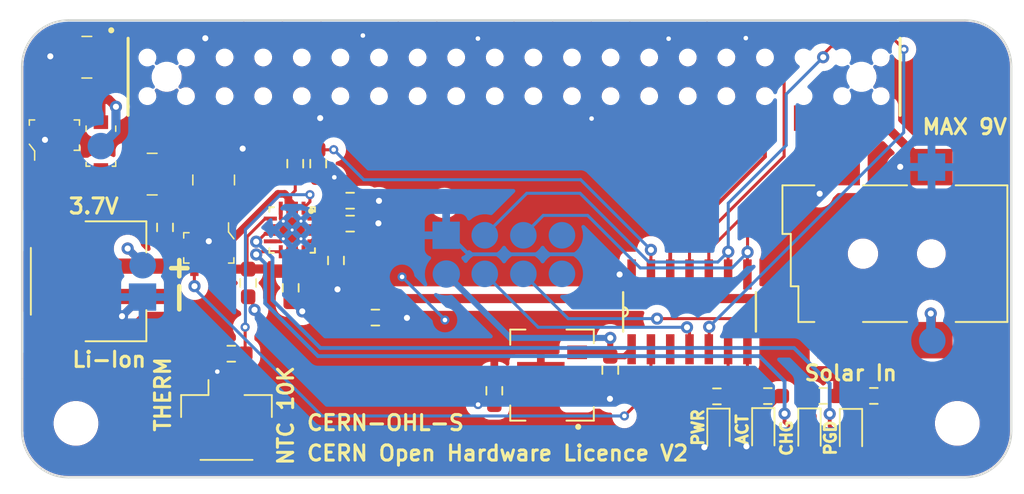
<source format=kicad_pcb>
(kicad_pcb (version 20240108) (generator "pcbnew") (generator_version "8.0")
  (layers (0 "F.Cu" signal) (31 "B.Cu" signal) (34 "B.Paste" user) (35 "F.Paste" user) (36 "B.SilkS" user "B.Silkscreen") (37 "F.SilkS" user "F.Silkscreen") (38 "B.Mask" user) (39 "F.Mask" user) (44 "Edge.Cuts" user))
  (net 0 "")
  (net 1 "5v2RPi")
  (net 2 "GND")
  (net 3 "VccSolar")
  (net 4 "VccBattery")
  (net 5 "VccBQ")
  (net 6 "3v_to_ATtiny")
  (footprint "Resistor_SMD:R_0603_1608Metric_Pad0.98x0.95mm_HandSolder" (layer "F.Cu") (at 140.77 90.04 90)
    (property "Reference" "R1" (hide yes))
    (property "Value" "10k" (hide yes))
  )
  (footprint "" (layer "F.Cu") (at 166.89 90.56 90)
    (property "Reference" "" (hide yes))
    (property "Value" "" (hide yes))
  )
  (footprint "Fiducial:Fiducial_1mm_Mask2mm" (layer "F.Cu") (at 133.04 99.33 90)
    (property "Reference" "FID1" (hide yes))
    (property "Value" "Fiducial_1mm_Mask2mm" (hide yes))
  )
  (footprint "digikey-footprints:ATtiny84-SSFR" (layer "F.Cu") (at 175.285 95.6038 90)
    (property "Reference" "U1" (hide yes))
    (property "Value" "ATtiny84-SSFR" (hide yes))
  )
  (footprint "LED_SMD:LED_0603_1608Metric_Pad1.05x0.95mm_HandSolder" (layer "F.Cu") (at 185.91 103.655 -90)
    (property "Reference" "D1" (hide yes))
    (property "Value" "" (hide yes))
  )
  (footprint "Fiducial:Fiducial_1mm_Mask2mm" (layer "F.Cu") (at 194.24 78.63 90)
    (property "Reference" "FID4" (hide yes))
    (property "Value" "Fiducial_1mm_Mask2mm" (hide yes))
  )
  (footprint "Resistor_SMD:R_0603_1608Metric_Pad0.98x0.95mm_HandSolder" (layer "F.Cu") (at 149.04 94.02 90)
    (property "Reference" "C1" (hide yes))
    (property "Value" "10uf" (hide yes))
  )
  (footprint "Resistor_SMD:R_0603_1608Metric_Pad0.98x0.95mm_HandSolder" (layer "F.Cu") (at 152.95 88.28)
    (property "Reference" "R4" (hide yes))
    (property "Value" "1.23k" (hide yes))
  )
  (footprint "Resistor_SMD:R_0603_1608Metric_Pad0.98x0.95mm_HandSolder" (layer "F.Cu") (at 149.34 85.84 90)
    (property "Reference" "R1" (hide yes))
    (property "Value" "10k" (hide yes))
  )
  (footprint "digikey-kicad-library:AP2126-WG" (layer "F.Cu") (at 143.65 91.39 180)
    (property "Reference" "U4" (hide yes))
    (property "Value" "AP2161-WG" (hide yes))
  )
  (footprint "digikey-footprints:SMT_Solar_barrel" (layer "F.Cu") (at 185.1 97.47 180)
    (property "Reference" "J3" (hide yes))
    (property "Value" "SMT_Solar_barrel" (hide yes))
  )
  (footprint "Fiducial:Fiducial_1mm_Mask2mm" (layer "F.Cu") (at 139.92 104.81 90)
    (property "Reference" "FID3" (hide yes))
    (property "Value" "Fiducial_1mm_Mask2mm" (hide yes))
  )
  (footprint "Resistor_SMD:R_0603_1608Metric_Pad0.98x0.95mm_HandSolder" (layer "F.Cu") (at 150.85 85.84 90)
    (property "Reference" "R1" (hide yes))
    (property "Value" "10k" (hide yes))
  )
  (footprint "digikey-footprints:RPi_SMD" (layer "F.Cu") (at 163.26 92.155 90)
    (property "Reference" "REF**" (hide yes))
    (property "Value" "RPi_SMD" (hide yes))
    (fp_line (start 12.705 -31.91) (end -7.855 -31.91) (stroke (width 0.12)) (layer "Edge.Cuts"))
    (fp_line (start -7.855 -31.91) (end -11.295 -31.91) (stroke (width 0.12)) (layer "Edge.Cuts"))
    (fp_line (start 15.765 -28.85) (end 15.765 30.15) (stroke (width 0.12)) (layer "Edge.Cuts"))
    (fp_line (start -14.355 -28.85) (end -14.355 26.46) (stroke (width 0.12)) (layer "Edge.Cuts"))
    (fp_line (start -14.355 26.46) (end -14.355 30.15) (stroke (width 0.12)) (layer "Edge.Cuts"))
    (fp_line (start 12.705 33.21) (end -11.295 33.21) (stroke (width 0.12)) (layer "Edge.Cuts"))
    (fp_arc (start 12.705 -31.91) (mid 14.868747 -31.013747) (end 15.765 -28.85) (stroke (width 0.12)) (layer "Edge.Cuts"))
    (fp_arc (start -14.355 -28.85) (mid -13.458747 -31.013747) (end -11.295 -31.91) (stroke (width 0.12)) (layer "Edge.Cuts"))
    (fp_arc (start 15.765 30.15) (mid 14.868747 32.313747) (end 12.705 33.21) (stroke (width 0.12)) (layer "Edge.Cuts"))
    (fp_arc (start -11.295 33.21) (mid -13.458747 32.313747) (end -14.355 30.15) (stroke (width 0.12)) (layer "Edge.Cuts"))
  )
  (footprint "LOGO" (layer "F.Cu") (at 152.031101 99.5)
    (property "Reference" "G***" (hide yes))
    (property "Value" "LOGO" (hide yes))
  )
  (footprint "Resistor_SMD:R_0603_1608Metric_Pad0.98x0.95mm_HandSolder" (layer "F.Cu") (at 146.24 93.7 90)
    (property "Reference" "C1" (hide yes))
    (property "Value" "10uf" (hide yes))
  )
  (footprint "digikey-kicad-library:1210" (layer "F.Cu") (at 139.925 86.52 180)
    (property "Reference" "L1" (hide yes))
    (property "Value" "2.2 µH Shielded Inductor 2.5 A 90mOhm Max 1210" (hide yes))
  )
  (footprint "Fiducial:Fiducial_1mm_Mask2mm" (layer "F.Cu") (at 133.04 87.72 90)
    (property "Reference" "FID2" (hide yes))
    (property "Value" "Fiducial_1mm_Mask2mm" (hide yes))
  )
  (footprint "digikey:JST_S2B-PH-SM4-TB(LF)(SN)" (layer "F.Cu") (at 139.19 93.59 -90)
    (property "Reference" "J1" (hide yes))
    (property "Value" "JST_S2B-PH-SM4-TB_LF__SN_" (hide yes))
  )
  (footprint "Fiducial:Fiducial_1mm_Mask2mm" (layer "F.Cu") (at 147.2 86.36 90)
    (property "Reference" "FID7" (hide yes))
    (property "Value" "Fiducial_1mm_Mask2mm" (hide yes))
  )
  (footprint "" (layer "F.Cu") (at 164.35 93.1 90)
    (property "Reference" "" (hide yes))
    (property "Value" "" (hide yes))
  )
  (footprint "" (layer "F.Cu") (at 166.89 93.1 90)
    (property "Reference" "" (hide yes))
    (property "Value" "" (hide yes))
  )
  (footprint "" (layer "F.Cu") (at 139.3 92.53 90)
    (property "Reference" "" (hide yes))
    (property "Value" "" (hide yes))
  )
  (footprint "LED_SMD:LED_0603_1608Metric_Pad1.05x0.95mm_HandSolder" (layer "F.Cu") (at 177.19 103.6375 -90)
    (property "Reference" "D1" (hide yes))
    (property "Value" "" (hide yes))
  )
  (footprint "digikey-kicad-library:1210" (layer "F.Cu") (at 143.98 86.915 90)
    (property "Reference" "C3" (hide yes))
    (property "Value" "100uf 1210" (hide yes))
  )
  (footprint "" (layer "F.Cu") (at 161.81 93.1 90)
    (property "Reference" "" (hide yes))
    (property "Value" "" (hide yes))
  )
  (footprint "" (layer "F.Cu") (at 164.35 90.56 90)
    (property "Reference" "" (hide yes))
    (property "Value" "" (hide yes))
  )
  (footprint "Fiducial:Fiducial_1mm_Mask2mm" (layer "F.Cu") (at 194.76 98.95 90)
    (property "Reference" "FID5" (hide yes))
    (property "Value" "Fiducial_1mm_Mask2mm" (hide yes))
  )
  (footprint "digikey-kicad-library:1210" (layer "F.Cu") (at 135.625 78.82 180)
    (property "Reference" "C3" (hide yes))
    (property "Value" "100uf 1210" (hide yes))
  )
  (footprint "Resistor_SMD:R_0603_1608Metric_Pad0.98x0.95mm_HandSolder" (layer "F.Cu") (at 154.6125 95.98 180)
    (property "Reference" "R4" (hide yes))
    (property "Value" "1.18k" (hide yes))
  )
  (footprint "LED_SMD:LED_0603_1608Metric_Pad1.05x0.95mm_HandSolder" (layer "F.Cu") (at 183.18 103.625 -90)
    (property "Reference" "D1" (hide yes))
    (property "Value" "" (hide yes))
  )
  (footprint "digikey-kicad-library:SOD-123" (layer "F.Cu") (at 136.55 84.685 -90)
    (property "Reference" "D2" (hide yes))
    (property "Value" "Diode 60 V 2A Surface Mount SOD-123F" (hide yes))
  )
  (footprint "Resistor_SMD:R_0603_1608Metric_Pad0.98x0.95mm_HandSolder" (layer "F.Cu") (at 170.07 99.44 90)
    (property "Reference" "C1" (hide yes))
    (property "Value" "10uf" (hide yes))
  )
  (footprint "LOGO" (layer "F.Cu") (at 162.68 88.43 90)
    (property "Reference" "G***" (hide yes))
    (property "Value" "LOGO" (hide yes))
  )
  (footprint "digikey-footprints:REG_MCP1700T-3602E_MB" (layer "F.Cu") (at 166.2375 99.77 90)
    (property "Reference" "U2" (hide yes))
    (property "Value" "REG_MCP1700T-3602E/MB" (hide yes))
  )
  (footprint "" (layer "F.Cu") (at 161.81 90.56 90)
    (property "Reference" "" (hide yes))
    (property "Value" "" (hide yes))
  )
  (footprint "Resistor_SMD:R_0603_1608Metric_Pad0.98x0.95mm_HandSolder" (layer "F.Cu") (at 162.44 100.8 90)
    (property "Reference" "C1" (hide yes))
    (property "Value" "10uf" (hide yes))
  )
  (footprint "Resistor_SMD:R_0603_1608Metric_Pad0.98x0.95mm_HandSolder" (layer "F.Cu") (at 177.0875 101.17)
    (property "Reference" "R2" (hide yes))
    (property "Value" "1k" (hide yes))
  )
  (footprint "Resistor_SMD:R_0603_1608Metric_Pad0.98x0.95mm_HandSolder" (layer "F.Cu") (at 184.0825 101.14)
    (property "Reference" "R2" (hide yes))
    (property "Value" "1k" (hide yes))
  )
  (footprint "Resistor_SMD:R_0603_1608Metric_Pad0.98x0.95mm_HandSolder" (layer "F.Cu") (at 187.4125 101.14 180)
    (property "Reference" "R2" (hide yes))
    (property "Value" "1k" (hide yes))
  )
  (footprint "Resistor_SMD:R_0603_1608Metric_Pad0.98x0.95mm_HandSolder" (layer "F.Cu") (at 152.02 92.22 90)
    (property "Reference" "C1" (hide yes))
    (property "Value" "10uf" (hide yes))
  )
  (footprint "digikey:bq2407" (layer "F.Cu") (at 149.135 90.21 180)
    (property "Reference" "U3" (hide yes))
    (property "Value" "bq2407" (hide yes))
  )
  (footprint "Fiducial:Fiducial_1mm_Mask2mm" (layer "F.Cu") (at 188.91 104.74 90)
    (property "Reference" "FID6" (hide yes))
    (property "Value" "Fiducial_1mm_Mask2mm" (hide yes))
  )
  (footprint "Resistor_SMD:R_0603_1608Metric_Pad0.98x0.95mm_HandSolder" (layer "F.Cu") (at 152.9525 89.79)
    (property "Reference" "R1" (hide yes))
    (property "Value" "10k" (hide yes))
  )
  (footprint "LED_SMD:LED_0603_1608Metric_Pad1.05x0.95mm_HandSolder" (layer "F.Cu") (at 180.14 103.6025 -90)
    (property "Reference" "D1" (hide yes))
    (property "Value" "" (hide yes))
  )
  (footprint "digikey-kicad-library:TPS613222A" (layer "F.Cu") (at 133.49 83.96)
    (property "Reference" "U5" (hide yes))
    (property "Value" "TPS613222A" (hide yes))
  )
  (footprint "Fiducial:Fiducial_1mm_Mask2mm" (layer "F.Cu") (at 159.16 88.43 90)
    (property "Reference" "FID7" (hide yes))
    (property "Value" "Fiducial_1mm_Mask2mm" (hide yes))
  )
  (footprint "" (layer "F.Cu") (at 136.55 84.685 90)
    (property "Reference" "" (hide yes))
    (property "Value" "" (hide yes))
  )
  (footprint "" (layer "F.Cu") (at 139.29 94.63 90)
    (property "Reference" "")
    (property "Value" "")
  )
  (footprint "" (layer "F.Cu") (at 191.26 97.5 90)
    (property "Reference" "" (hide yes))
    (property "Value" "" (hide yes))
  )
  (footprint "Resistor_SMD:R_0603_1608Metric_Pad0.98x0.95mm_HandSolder" (layer "F.Cu") (at 145.13 98.36 180)
    (property "Reference" "R1" (hide yes))
    (property "Value" "10k" (hide yes))
  )
  (footprint "Resistor_SMD:R_0603_1608Metric_Pad0.98x0.95mm_HandSolder" (layer "F.Cu") (at 180.4375 101.15)
    (property "Reference" "R2" (hide yes))
    (property "Value" "1k" (hide yes))
  )
  (footprint "digikey:JST_GH_SM02B-GHS-TB_1x02-1MP_P1.25mm_Horizontal" (layer "F.Cu") (at 144.814 102.794)
    (property "Reference" "J2" (hide yes))
    (property "Value" "JST_GH_SM02B-GHS-TB_1x02-1MP_P1.25mm_Horizontal" (hide yes))
  )
  (footprint "digikey-footprints:Square_Test_Point_4_GPIO" (layer "B.Cu") (at 191.21 86.07 -90)
    (property "Reference" "REF**" (hide yes))
    (property "Value" "Round_TP" (hide yes))
  )
  (footprint "digikey-footprints:Square_Test_Point_4_GPIO" (layer "B.Cu") (at 159.27 90.56 -90)
    (property "Reference" "REF**" (hide yes))
    (property "Value" "Round_TP" (hide yes))
  )
  (footprint "digikey-footprints:Round_Test_Point_4_GPIO" (layer "B.Cu") (at 159.28 93.11 -90)
    (property "Reference" "REF**" (hide yes))
    (property "Value" "Round_TP" (hide yes))
  )
  (gr_text "ACT" (at 179.19 104.46 90) (layer "F.SilkS") (effects (font (size 0.75 0.75) (thickness 0.1875) (bold yes)) (justify left bottom)))
  (gr_text "NTC 10K" (at 149.3 105.8 90) (layer "F.SilkS") (effects (font (size 1 1) (thickness 0.2) (bold yes)) (justify left bottom)))
  (gr_text "CHG\n" (at 182.11 105.19 90) (layer "F.SilkS") (effects (font (size 0.75 0.75) (thickness 0.1875) (bold yes)) (justify left bottom)))
  (gr_text "Solar In" (at 182.74 100.22 0) (layer "F.SilkS") (effects (font (size 1 1) (thickness 0.2) (bold yes)) (justify left bottom)))
  (gr_text "3.7V" (at 134.33 89.23 0) (layer "F.SilkS") (effects (font (size 1 1) (thickness 0.2) (bold yes)) (justify left bottom)))
  (gr_text "MAX 9V" (at 190.5 84 0) (layer "F.SilkS") (effects (font (size 1 1) (thickness 0.2) (bold yes)) (justify left bottom)))
  (gr_text "PGD" (at 185 105.16 90) (layer "F.SilkS") (effects (font (size 0.75 0.75) (thickness 0.1875) (bold yes)) (justify left bottom)))
  (gr_text "CERN Open Hardware Licence V2" (at 150 105.5 0) (layer "F.SilkS") (effects (font (size 1 1) (thickness 0.2) (bold yes)) (justify left bottom)))
  (gr_text "-" (at 142.73 96.11 90) (layer "F.SilkS") (effects (font (size 2 2) (thickness 0.3)) (justify left bottom)))
  (gr_text "Li-Ion" (at 134.56 99.33 0) (layer "F.SilkS") (effects (font (size 1 1) (thickness 0.2) (bold yes)) (justify left bottom)))
  (gr_text "THERM" (at 141.21 103.6 90) (layer "F.SilkS") (effects (font (size 1 1) (thickness 0.2) (bold yes)) (justify left bottom)))
  (gr_text "PWR" (at 176.28 104.52 90) (layer "F.SilkS") (effects (font (size 0.75 0.75) (thickness 0.1875) (bold yes)) (justify left bottom)))
  (gr_text "CERN-OHL-S" (at 150 103.5 0) (layer "F.SilkS") (effects (font (size 1 1) (thickness 0.2) (bold yes)) (justify left bottom)))
  (gr_text "+" (at 142.43 93.79 90) (layer "F.SilkS") (effects (font (size 1.4 1.4) (thickness 0.3)) (justify left bottom)))
  (segment (start 150.85 84.9275) (end 151.8625 84.9275) (width 0.2) (layer "F.Cu") (net 0))
  (segment (start 181.51 85.355) (end 181.51 78.68) (width 0.2) (layer "F.Cu") (net 0))
  (segment (start 177.825 100.995) (end 178 101.17) (width 0.2) (layer "F.Cu") (net 0))
  (segment (start 175.285 96.785) (end 175.12 96.62) (width 0.2) (layer "F.Cu") (net 0))
  (segment (start 144.6 90.04) (end 144.6 88.675) (width 0.7) (layer "F.Cu") (net 0))
  (segment (start 143.98 88.06) (end 142.89 88.06) (width 0.5) (layer "F.Cu") (net 0))
  (segment (start 171 102.46) (end 172.745 100.715) (width 0.2) (layer "F.Cu") (net 0))
  (segment (start 141.6825 90.04) (end 142.7 90.04) (width 0.2) (layer "F.Cu") (net 0))
  (segment (start 179.095 98.0676) (end 179.095 96.875) (width 0.2) (layer "F.Cu") (net 0))
  (segment (start 176.175 101.17) (end 176.175 101.7475) (width 0.2) (layer "F.Cu") (net 0))
  (segment (start 146.7695 90.98) (end 146.841726 90.98) (width 0.2) (layer "F.Cu") (net 0))
  (segment (start 146.0425 96.61) (end 146.0425 98.36) (width 0.2) (layer "F.Cu") (net 0))
  (segment (start 182.36 83.96) (end 182.79 83.53) (width 0.2) (layer "F.Cu") (net 0))
  (segment (start 183.18 101.15) (end 183.17 101.14) (width 0.2) (layer "F.Cu") (net 0))
  (segment (start 144.6 88.675) (end 143.98 88.055) (width 0.5) (layer "F.Cu") (net 0))
  (segment (start 187.87 77.4) (end 188.49 77.4) (width 0.2) (layer "F.Cu") (net 0))
  (segment (start 175.285 93.14) (end 175.285 91.64) (width 0.2) (layer "F.Cu") (net 0))
  (segment (start 142.89 88.06) (end 141.07 86.24) (width 0.7) (layer "F.Cu") (net 0))
  (segment (start 146.7695 91.822027) (end 146.946527 91.645) (width 0.2) (layer "F.Cu") (net 0))
  (segment (start 181.35 101.15) (end 180.295 102.205) (width 0.2) (layer "F.Cu") (net 0))
  (segment (start 176.555 91.67) (end 176.555 91.545) (width 0.2) (layer "F.Cu") (net 0))
  (segment (start 179.095 98.0676) (end 179.095 100.72) (width 0.2) (layer "F.Cu") (net 0))
  (segment (start 179.095 91.68) (end 179.105 91.67) (width 0.2) (layer "F.Cu") (net 0))
  (segment (start 179.105 90.305) (end 179.105 91.67) (width 0.2) (layer "F.Cu") (net 0))
  (segment (start 175.285 91.64) (end 175.255 91.61) (width 0.2) (layer "F.Cu") (net 0))
  (segment (start 184.51 103.13) (end 185.91 104.53) (width 0.25) (layer "F.Cu") (net 0))
  (segment (start 181.54 102.86) (end 183.18 104.5) (width 0.25) (layer "F.Cu") (net 0))
  (segment (start 149.34 84.9275) (end 150.85 84.9275) (width 0.2) (layer "F.Cu") (net 0))
  (segment (start 183 84.74) (end 184.9 82.84) (width 0.2) (layer "F.Cu") (net 0))
  (segment (start 176.555 91.545) (end 182.36 85.74) (width 0.2) (layer "F.Cu") (net 0))
  (segment (start 176.58 98.0426) (end 176.555 98.0676) (width 0.2) (layer "F.Cu") (net 0))
  (segment (start 142.7 93.9) (end 142.7 92.74) (width 0.2) (layer "F.Cu") (net 0))
  (segment (start 184.51 102.32) (end 184.51 103.13) (width 0.25) (layer "F.Cu") (net 0))
  (segment (start 146.946527 91.645) (end 148.385 91.645) (width 0.2) (layer "F.Cu") (net 0))
  (segment (start 177.825 98.0676) (end 177.825 100.995) (width 0.2) (layer "F.Cu") (net 0))
  (segment (start 178.27 96.05) (end 173.15 96.05) (width 0.2) (layer "F.Cu") (net 0))
  (segment (start 140.77 90.9525) (end 141.6825 90.04) (width 0.2) (layer "F.Cu") (net 0))
  (segment (start 150.57 89.96) (end 151.87 89.96) (width 0.2) (layer "F.Cu") (net 0))
  (segment (start 132.54 85.735) (end 132.54 85.31) (width 0.6) (layer "F.Cu") (net 0))
  (segment (start 138.52 86.26) (end 138.78 86.52) (width 0.6) (layer "F.Cu") (net 0))
  (segment (start 151.09 94.08) (end 152.99 95.98) (width 0.2) (layer "F.Cu") (net 0))
  (segment (start 172.745 93.14) (end 172.745 91.52) (width 0.2) (layer "F.Cu") (net 0))
  (segment (start 186.96 102.505) (end 186.185 102.505) (width 0.2) (layer "F.Cu") (net 0))
  (segment (start 151.8625 84.9275) (end 151.87 84.92) (width 0.2) (layer "F.Cu") (net 0))
  (segment (start 179.095 100.72) (end 179.525 101.15) (width 0.2) (layer "F.Cu") (net 0))
  (segment (start 184.08 78.65) (end 185.33 77.4) (width 0.2) (layer "F.Cu") (net 0))
  (segment (start 184.9 82.84) (end 185.33 82.84) (width 0.2) (layer "F.Cu") (net 0))
  (segment (start 184.08 78.83) (end 184.08 78.65) (width 0.2) (layer "F.Cu") (net 0))
  (segment (start 183 86.41) (end 179.105 90.305) (width 0.2) (layer "F.Cu") (net 0))
  (segment (start 176.555 93.14) (end 176.555 91.67) (width 0.2) (layer "F.Cu") (net 0))
  (segment (start 183 84.74) (end 183 86.41) (width 0.2) (layer "F.Cu") (net 0))
  (segment (start 176.175 101.7475) (end 177.19 102.7625) (width 0.2) (layer "F.Cu") (net 0))
  (segment (start 136.55 86.26) (end 133.065 86.26) (width 0.6) (layer "F.Cu") (net 0))
  (segment (start 150.57 89.46) (end 150.75 89.46) (width 0.2) (layer "F.Cu") (net 0))
  (segment (start 177.825 93.14) (end 177.825 91.65) (width 0.2) (layer "F.Cu") (net 0))
  (segment (start 174.015 91.62) (end 180.25 85.385) (width 0.25) (layer "F.Cu") (net 0))
  (segment (start 182.79 83.53) (end 182.79 82.84) (width 0.2) (layer "F.Cu") (net 0))
  (segment (start 183.18 102.75) (end 183.18 101.15) (width 0.2) (layer "F.Cu") (net 0))
  (segment (start 180.295 102.205) (end 180.295 102.715) (width 0.2) (layer "F.Cu") (net 0))
  (segment (start 150.75 89.46) (end 151.84 88.37) (width 0.2) (layer "F.Cu") (net 0))
  (segment (start 177.825 91.65) (end 177.835 91.64) (width 0.2) (layer "F.Cu") (net 0))
  (segment (start 179.095 93.14) (end 179.095 91.68) (width 0.2) (layer "F.Cu") (net 0))
  (segment (start 150.304878 88.355122) (end 149.885 88.775) (width 0.2) (layer "F.Cu") (net 0))
  (segment (start 151.87 89.96) (end 152.04 89.79) (width 0.2) (layer "F.Cu") (net 0))
  (segment (start 151.09 92.85) (end 151.09 94.08) (width 0.2) (layer "F.Cu") (net 0))
  (segment (start 146.05 98.3675) (end 146.0425 98.36) (width 0.2) (layer "F.Cu") (net 0))
  (segment (start 186.96 102.505) (end 188.325 101.14) (width 0.2) (layer "F.Cu") (net 0))
  (segment (start 149.885 91.645) (end 151.09 92.85) (width 0.2) (layer "F.Cu") (net 0))
  (segment (start 176.555 91.67) (end 176.545 91.66) (width 0.2) (layer "F.Cu") (net 0))
  (segment (start 172.745 100.715) (end 172.745 98.0676) (width 0.2) (layer "F.Cu") (net 0))
  (segment (start 176.58 96.59) (end 176.58 98.0426) (width 0.2) (layer "F.Cu") (net 0))
  (segment (start 175.285 98.0676) (end 175.285 96.785) (width 0.2) (layer "F.Cu") (net 0))
  (segment (start 133.065 86.26) (end 132.54 85.735) (width 0.6) (layer "F.Cu") (net 0))
  (segment (start 152.99 95.98) (end 153.7 95.98) (width 0.2) (layer "F.Cu") (net 0))
  (segment (start 182.36 85.74) (end 182.36 83.96) (width 0.2) (layer "F.Cu") (net 0))
  (segment (start 146.841726 90.98) (end 147.361726 90.46) (width 0.2) (layer "F.Cu") (net 0))
  (segment (start 180.25 85.385) (end 180.25 82.84) (width 0.25) (layer "F.Cu") (net 0))
  (segment (start 175.255 91.61) (end 181.51 85.355) (width 0.2) (layer "F.Cu") (net 0))
  (segment (start 186.185 102.505) (end 185.91 102.78) (width 0.2) (layer "F.Cu") (net 0))
  (segment (start 150.304878 87.884878) (end 150.304878 88.355122) (width 0.2) (layer "F.Cu") (net 0))
  (segment (start 147.361726 90.46) (end 147.7 90.46) (width 0.2) (layer "F.Cu") (net 0))
  (segment (start 142.71 93.91) (end 142.7 93.9) (width 0.2) (layer "F.Cu") (net 0))
  (segment (start 181.51 78.68) (end 182.79 77.4) (width 0.2) (layer "F.Cu") (net 0))
  (segment (start 179.095 96.875) (end 178.27 96.05) (width 0.2) (layer "F.Cu") (net 0))
  (segment (start 181.54 102.31) (end 181.54 102.86) (width 0.25) (layer "F.Cu") (net 0))
  (segment (start 174.015 93.14) (end 174.015 91.62) (width 0.25) (layer "F.Cu") (net 0))
  (segment (start 136.55 86.26) (end 138.52 86.26) (width 0.6) (layer "F.Cu") (net 0))
  (segment (start 146.05 100.333) (end 146.05 98.3675) (width 0.2) (layer "F.Cu") (net 0))
  (segment (start 188.49 77.4) (end 189.4 78.31) (width 0.2) (layer "F.Cu") (net 0))
  (segment (start 146.05 100.333) (end 145.439 100.944) (width 0.2) (layer "F.Cu") (net 0))
  (via (at 146.7695 90.98) (size 0.8) (drill 0.4) (layers "F.Cu" "B.Cu") (net 0))
  (via (at 171 102.46) (size 0.6) (drill 0.3) (layers "F.Cu" "B.Cu") (net 0))
  (via (at 184.08 78.83) (size 0.8) (drill 0.4) (layers "F.Cu" "B.Cu") (net 0))
  (via (at 173.15 96.05) (size 0.8) (drill 0.4) (layers "F.Cu" "B.Cu") (net 0))
  (via (at 142.71 93.91) (size 0.8) (drill 0.4) (layers "F.Cu" "B.Cu") (net 0))
  (via (at 179.105 91.67) (size 0.8) (drill 0.4) (layers "F.Cu" "B.Cu") (net 0))
  (via (at 146.0425 96.61) (size 0.6) (drill 0.3) (layers "F.Cu" "B.Cu") (net 0))
  (via (at 184.51 102.32) (size 0.8) (drill 0.4) (layers "F.Cu" "B.Cu") (net 0))
  (via (at 176.58 96.59) (size 0.8) (drill 0.4) (layers "F.Cu" "B.Cu") (net 0))
  (via (at 150.304878 87.884878) (size 0.6) (drill 0.3) (layers "F.Cu" "B.Cu") (net 0))
  (via (at 172.745 91.52) (size 0.8) (drill 0.4) (layers "F.Cu" "B.Cu") (net 0))
  (via (at 181.54 102.31) (size 0.8) (drill 0.4) (layers "F.Cu" "B.Cu") (net 0))
  (via (at 151.87 84.92) (size 0.6) (drill 0.3) (layers "F.Cu" "B.Cu") (net 0))
  (via (at 146.7695 91.822027) (size 0.8) (drill 0.4) (layers "F.Cu" "B.Cu") (net 0))
  (via (at 175.12 96.62) (size 0.8) (drill 0.4) (layers "F.Cu" "B.Cu") (net 0))
  (via (at 177.835 91.64) (size 0.8) (drill 0.4) (layers "F.Cu" "B.Cu") (net 0))
  (via (at 189.4 78.31) (size 0.6) (drill 0.3) (layers "F.Cu" "B.Cu") (net 0))
  (segment (start 150.99 97.98) (end 182.16 97.98) (width 0.25) (layer "B.Cu") (net 0))
  (segment (start 172.745 91.52) (end 168.115 86.89) (width 0.2) (layer "B.Cu") (net 0))
  (segment (start 177.835 91.64) (end 177.83 91.64) (width 0.2) (layer "B.Cu") (net 0))
  (segment (start 147.36 92.412527) (end 147.36 95.04) (width 0.25) (layer "B.Cu") (net 0))
  (segment (start 164.58 87.79) (end 161.81 90.56) (width 0.2) (layer "B.Cu") (net 0))
  (segment (start 177.835 88.445) (end 177.835 91.64) (width 0.2) (layer "B.Cu") (net 0))
  (segment (start 146.0425 96.61) (end 146.06 96.5925) (width 0.2) (layer "B.Cu") (net 0))
  (segment (start 146.7695 91.822027) (end 147.36 92.412527) (width 0.25) (layer "B.Cu") (net 0))
  (segment (start 178.08 92.71) (end 172.04 92.71) (width 0.2) (layer "B.Cu") (net 0))
  (segment (start 172.04 92.71) (end 168.58 89.25) (width 0.2) (layer "B.Cu") (net 0))
  (segment (start 153.85 86.9) (end 151.87 84.92) (width 0.2) (layer "B.Cu") (net 0))
  (segment (start 151.1 102.46) (end 171 102.46) (width 0.2) (layer "B.Cu") (net 0))
  (segment (start 150.84 98.52) (end 179.8825 98.52) (width 0.25) (layer "B.Cu") (net 0))
  (segment (start 189.38 78.33) (end 189.4 78.31) (width 0.2) (layer "B.Cu") (net 0))
  (segment (start 167.3 96.05) (end 164.35 93.1) (width 0.2) (layer "B.Cu") (net 0))
  (segment (start 147.84 92.0505) (end 147.84 94.83) (width 0.25) (layer "B.Cu") (net 0))
  (segment (start 168.58 89.25) (end 165.66 89.25) (width 0.2) (layer "B.Cu") (net 0))
  (segment (start 181.54 100.1775) (end 181.54 102.31) (width 0.25) (layer "B.Cu") (net 0))
  (segment (start 168.105 86.9) (end 153.85 86.9) (width 0.2) (layer "B.Cu") (net 0))
  (segment (start 142.71 94.07) (end 151.1 102.46) (width 0.2) (layer "B.Cu") (net 0))
  (segment (start 146.06 96.5925) (end 146.06 90.18) (width 0.2) (layer "B.Cu") (net 0))
  (segment (start 147.84 94.83) (end 150.99 97.98) (width 0.25) (layer "B.Cu") (net 0))
  (segment (start 179.105 91.685) (end 178.08 92.71) (width 0.2) (layer "B.Cu") (net 0))
  (segment (start 173.15 96.05) (end 167.3 96.05) (width 0.2) (layer "B.Cu") (net 0))
  (segment (start 179.105 91.67) (end 179.105 91.685) (width 0.2) (layer "B.Cu") (net 0))
  (segment (start 179.105 91.67) (end 179.105 91.305) (width 0.2) (layer "B.Cu") (net 0))
  (segment (start 189.38 83.79) (end 189.38 78.33) (width 0.2) (layer "B.Cu") (net 0))
  (segment (start 184.08 78.83) (end 181.65 81.26) (width 0.2) (layer "B.Cu") (net 0))
  (segment (start 148.355122 87.884878) (end 150.304878 87.884878) (width 0.2) (layer "B.Cu") (net 0))
  (segment (start 175.12 96.62) (end 165.33 96.62) (width 0.2) (layer "B.Cu") (net 0))
  (segment (start 172.61 92.32) (end 168.08 87.79) (width 0.2) (layer "B.Cu") (net 0))
  (segment (start 181.65 84.63) (end 177.835 88.445) (width 0.2) (layer "B.Cu") (net 0))
  (segment (start 168.115 86.89) (end 168.105 86.9) (width 0.2) (layer "B.Cu") (net 0))
  (segment (start 142.71 93.91) (end 142.71 94.07) (width 0.2) (layer "B.Cu") (net 0))
  (segment (start 147.36 95.04) (end 150.84 98.52) (width 0.25) (layer "B.Cu") (net 0))
  (segment (start 168.08 87.79) (end 164.58 87.79) (width 0.2) (layer "B.Cu") (net 0))
  (segment (start 165.33 96.62) (end 161.81 93.1) (width 0.2) (layer "B.Cu") (net 0))
  (segment (start 164.35 90.56) (end 165.66 89.25) (width 0.2) (layer "B.Cu") (net 0))
  (segment (start 177.83 91.64) (end 177.15 92.32) (width 0.2) (layer "B.Cu") (net 0))
  (segment (start 146.7695 90.98) (end 147.84 92.0505) (width 0.25) (layer "B.Cu") (net 0))
  (segment (start 177.835 91.64) (end 177.835 91.625) (width 0.2) (layer "B.Cu") (net 0))
  (segment (start 179.8825 98.52) (end 181.54 100.1775) (width 0.25) (layer "B.Cu") (net 0))
  (segment (start 184.51 100.33) (end 184.51 102.32) (width 0.25) (layer "B.Cu") (net 0))
  (segment (start 146.06 90.18) (end 148.355122 87.884878) (width 0.2) (layer "B.Cu") (net 0))
  (segment (start 177.15 92.32) (end 172.61 92.32) (width 0.2) (layer "B.Cu") (net 0))
  (segment (start 182.16 97.98) (end 184.51 100.33) (width 0.25) (layer "B.Cu") (net 0))
  (segment (start 181.65 81.26) (end 181.65 84.63) (width 0.2) (layer "B.Cu") (net 0))
  (segment (start 176.58 96.59) (end 189.38 83.79) (width 0.2) (layer "B.Cu") (net 0))
  (segment (start 136.55 80.9) (end 136.77 80.68) (width 0.5) (layer "F.Cu") (net 1))
  (segment (start 134.84 82.61) (end 134.44 82.61) (width 0.6) (layer "F.Cu") (net 1))
  (segment (start 136.55 81.62) (end 136.55 80.9) (width 0.6) (layer "F.Cu") (net 1))
  (segment (start 137.54 82.09) (end 137.06 81.61) (width 0.6) (layer "F.Cu") (net 1))
  (segment (start 136.77 78.82) (end 136.77 80.68) (width 0.6) (layer "F.Cu") (net 1))
  (segment (start 135.775 81.675) (end 134.84 82.61) (width 0.6) (layer "F.Cu") (net 1))
  (segment (start 137.04 78.55) (end 136.77 78.82) (width 0.6) (layer "F.Cu") (net 1))
  (segment (start 136.55 83.11) (end 136.55 81.62) (width 0.6) (layer "F.Cu") (net 1))
  (segment (start 139.19 77.4) (end 139.61 77.4) (width 0.6) (layer "F.Cu") (net 1))
  (segment (start 138.04 78.55) (end 139.19 77.4) (width 0.7) (layer "F.Cu") (net 1))
  (segment (start 138.04 78.55) (end 137.04 78.55) (width 0.7) (layer "F.Cu") (net 1))
  (segment (start 138.04 78.55) (end 137.78 78.55) (width 0.7) (layer "F.Cu") (net 1))
  (segment (start 137.06 81.61) (end 136.56 81.61) (width 0.6) (layer "F.Cu") (net 1))
  (segment (start 135.775 81.675) (end 136.77 80.68) (width 0.6) (layer "F.Cu") (net 1))
  (via (at 137.54 82.09) (size 0.8) (drill 0.4) (layers "F.Cu" "B.Cu") (net 1))
  (segment (start 137.54 83.695) (end 136.55 84.685) (width 0.6) (layer "B.Cu") (net 1))
  (segment (start 137.54 82.09) (end 137.54 83.695) (width 0.6) (layer "B.Cu") (net 1))
  (segment (start 144.21 100.923) (end 144.189 100.944) (width 0.2) (layer "F.Cu") (net 2))
  (segment (start 149.8 95.57) (end 149.8 95.38) (width 0.25) (layer "F.Cu") (net 2))
  (segment (start 180.08 77.57) (end 180.25 77.4) (width 0.2) (layer "F.Cu") (net 2))
  (segment (start 148.385 90.96) (end 148.555 90.79) (width 0.25) (layer "F.Cu") (net 2))
  (segment (start 179.03 104.46) (end 180.29 104.46) (width 0.25) (layer "F.Cu") (net 2))
  (segment (start 133.49 85.31) (end 133.49 84.89) (width 0.25) (layer "F.Cu") (net 2))
  (segment (start 148.385 88.775) (end 148.385 89.46) (width 0.25) (layer "F.Cu") (net 2))
  (segment (start 161.36 77.6) (end 162.27 77.6) (width 0.6) (layer "F.Cu") (net 2))
  (segment (start 154.8395 88.28) (end 154.8495 88.29) (width 0.2) (layer "F.Cu") (net 2))
  (segment (start 176.26 104.52) (end 177.1825 104.52) (width 0.25) (layer "F.Cu") (net 2))
  (segment (start 149.8 95.38) (end 149.07 94.65) (width 0.25) (layer "F.Cu") (net 2))
  (segment (start 162.44 101.7125) (end 161.3725 101.7125) (width 0.2) (layer "F.Cu") (net 2))
  (segment (start 152.12 93.2325) (end 152.02 93.1325) (width 0.25) (layer "F.Cu") (net 2))
  (segment (start 134.43 78.77) (end 134.48 78.82) (width 0.2) (layer "F.Cu") (net 2))
  (segment (start 169.99 101.27) (end 170.05 101.33) (width 0.4) (layer "F.Cu") (net 2))
  (segment (start 143.67 90.99) (end 143.68 90.98) (width 0.2) (layer "F.Cu") (net 2))
  (segment (start 146.6595 95.47) (end 146.6595 95.1895) (width 0.2) (layer "F.Cu") (net 2))
  (segment (start 153.865 89.79) (end 154.792 89.79) (width 0.2) (layer "F.Cu") (net 2))
  (segment (start 189.17 86.07) (end 189.15 86.05) (width 0.5) (layer "F.Cu") (net 2))
  (segment (start 144.2175 99.5325) (end 144.21 99.54) (width 0.2) (layer "F.Cu") (net 2))
  (segment (start 143.42 77.58) (end 144.51 77.58) (width 0.2) (layer "F.Cu") (net 2))
  (segment (start 148.225 89.96) (end 147.7 89.96) (width 0.25) (layer "F.Cu") (net 2))
  (segment (start 144.51 77.58) (end 144.69 77.4) (width 0.2) (layer "F.Cu") (net 2))
  (segment (start 139.19 94.64) (end 137.94 95.89) (width 0.5) (layer "F.Cu") (net 2))
  (segment (start 133.49 84.89) (end 132.87 84.27) (width 0.25) (layer "F.Cu") (net 2))
  (segment (start 146.6595 95.1895) (end 146.27 94.8) (width 0.2) (layer "F.Cu") (net 2))
  (segment (start 144.965 85.765) (end 143.26 85.765) (width 0.4) (layer "F.Cu") (net 2))
  (segment (start 168.87 82.84) (end 168.84 82.87) (width 0.2) (layer "F.Cu") (net 2))
  (segment (start 150.85 86.7525) (end 151.8975 86.7525) (width 0.2) (layer "F.Cu") (net 2))
  (segment (start 185.1 86.07) (end 187.87 83.3) (width 0.6) (layer "F.Cu") (net 2))
  (segment (start 154.792 89.79) (end 154.812 89.77) (width 0.2) (layer "F.Cu") (net 2))
  (segment (start 145.88 84.85) (end 144.965 85.765) (width 0.4) (layer "F.Cu") (net 2))
  (segment (start 153.79 77.4) (end 154.85 77.4) (width 0.2) (layer "F.Cu") (net 2))
  (segment (start 153.8625 88.28) (end 154.8395 88.28) (width 0.2) (layer "F.Cu") (net 2))
  (segment (start 161.3725 101.7125) (end 161.37 101.71) (width 0.2) (layer "F.Cu") (net 2))
  (segment (start 173.91 77.61) (end 174.96 77.61) (width 0.2) (layer "F.Cu") (net 2))
  (segment (start 139.03 94.79) (end 139.18 94.64) (width 0.2) (layer "F.Cu") (net 2))
  (segment (start 170.09 82.84) (end 168.87 82.84) (width 0.5) (layer "F.Cu") (net 2))
  (segment (start 155.525 95.98) (end 156.67 95.98) (width 0.2) (layer "F.Cu") (net 2))
  (segment (start 185.1 86.57) (end 183.85 87.82) (width 0.6) (layer "F.Cu") (net 2))
  (segment (start 174.96 77.61) (end 175.17 77.4) (width 0.2) (layer "F.Cu") (net 2))
  (segment (start 151.8975 86.7525) (end 151.91 86.74) (width 0.2) (layer "F.Cu") (net 2))
  (segment (start 147.7 90.96) (end 148.385 90.96) (width 0.25) (layer "F.Cu") (net 2))
  (segment (start 139.19 94.59) (end 139.19 94.64) (width 0.2) (layer "F.Cu") (net 2))
  (segment (start 150.98 82.84) (end 149.77 82.84) (width 0.2) (layer "F.Cu") (net 2))
  (segment (start 148.385 89.46) (end 148.555 89.63) (width 0.25) (layer "F.Cu") (net 2))
  (segment (start 167.8875 101.27) (end 169.99 101.27) (width 0.4) (layer "F.Cu") (net 2))
  (segment (start 144.2175 98.36) (end 144.2175 99.5325) (width 0.2) (layer "F.Cu") (net 2))
  (segment (start 177.1825 104.52) (end 177.19 104.5125) (width 0.25) (layer "F.Cu") (net 2))
  (segment (start 170.685 93.14) (end 171.475 93.14) (width 0.5) (layer "F.Cu") (net 2))
  (segment (start 187.87 83.025) (end 187.87 83.28) (width 0.6) (layer "F.Cu") (net 2))
  (segment (start 190.915 86.07) (end 187.87 83.025) (width 0.6) (layer "F.Cu") (net 2))
  (segment (start 185.1 86.07) (end 185.1 86.57) (width 0.6) (layer "F.Cu") (net 2))
  (segment (start 178.99 77.57) (end 180.08 77.57) (width 0.2) (layer "F.Cu") (net 2))
  (segment (start 162.27 77.6) (end 162.47 77.4) (width 0.2) (layer "F.Cu") (net 2))
  (segment (start 148.555 89.63) (end 148.225 89.96) (width 0.25) (layer "F.Cu") (net 2))
  (segment (start 191.2 86.07) (end 190.915 86.07) (width 0.5) (layer "F.Cu") (net 2))
  (segment (start 156.67 95.98) (end 156.69 96) (width 0.2) (layer "F.Cu") (net 2))
  (segment (start 148.885 89.96) (end 149.135 90.21) (width 0.25) (layer "F.Cu") (net 2))
  (segment (start 133.220498 78.77) (end 134.43 78.77) (width 0.4) (layer "F.Cu") (net 2))
  (segment (start 152.12 94.12) (end 152.12 93.2325) (width 0.25) (layer "F.Cu") (net 2))
  (segment (start 170.05 101.33) (end 170.05 100.3725) (width 0.4) (layer "F.Cu") (net 2))
  (segment (start 170.05 100.3725) (end 170.07 100.3525) (width 0.4) (layer "F.Cu") (net 2))
  (segment (start 144.21 99.54) (end 144.21 100.923) (width 0.2) (layer "F.Cu") (net 2))
  (segment (start 150.045 90.46) (end 149.715 90.79) (width 0.25) (layer "F.Cu") (net 2))
  (segment (start 143.68 90.98) (end 143.68 90.08) (width 0.5) (layer "F.Cu") (net 2))
  (segment (start 187.87 83.3) (end 187.87 83.025) (width 0.6) (layer "F.Cu") (net 2))
  (segment (start 150.57 90.46) (end 150.045 90.46) (width 0.25) (layer "F.Cu") (net 2))
  (segment (start 191.2 86.07) (end 189.17 86.07) (width 0.5) (layer "F.Cu") (net 2))
  (via (at 178.99 77.57) (size 0.6) (drill 0.3) (layers "F.Cu" "B.Cu") (net 2))
  (via (at 149.8 95.57) (size 0.8) (drill 0.4) (layers "F.Cu" "B.Cu") (net 2))
  (via (at 170.05 101.33) (size 0.8) (drill 0.4) (layers "F.Cu" "B.Cu") (net 2))
  (via (at 156.69 96) (size 0.8) (drill 0.4) (layers "F.Cu" "B.Cu") (net 2))
  (via (at 176.26 104.52) (size 0.8) (drill 0.4) (layers "F.Cu" "B.Cu") (net 2))
  (via (at 154.812 89.77) (size 0.8) (drill 0.4) (layers "F.Cu" "B.Cu") (net 2))
  (via (at 179.03 104.46) (size 0.8) (drill 0.4) (layers "F.Cu" "B.Cu") (net 2))
  (via (at 168.84 82.87) (size 0.6) (drill 0.3) (layers "F.Cu" "B.Cu") (net 2))
  (via (at 154.8495 88.29) (size 0.8) (drill 0.4) (layers "F.Cu" "B.Cu") (net 2))
  (via (at 152.12 94.12) (size 0.8) (drill 0.4) (layers "F.Cu" "B.Cu") (net 2))
  (via (at 145.88 84.85) (size 0.8) (drill 0.4) (layers "F.Cu" "B.Cu") (net 2))
  (via (at 153.79 77.4) (size 0.6) (drill 0.3) (layers "F.Cu" "B.Cu") (net 2))
  (via (at 144.21 99.54) (size 0.6) (drill 0.3) (layers "F.Cu" "B.Cu") (net 2))
  (via (at 137.94 95.89) (size 0.8) (drill 0.4) (layers "F.Cu" "B.Cu") (net 2))
  (via (at 151.91 86.74) (size 0.6) (drill 0.3) (layers "F.Cu" "B.Cu") (net 2))
  (via (at 161.37 101.71) (size 0.6) (drill 0.3) (layers "F.Cu" "B.Cu") (net 2))
  (via (at 150.98 82.84) (size 0.8) (drill 0.4) (layers "F.Cu" "B.Cu") (net 2))
  (via (at 183.85 87.82) (size 0.8) (drill 0.4) (layers "F.Cu" "B.Cu") (net 2))
  (via (at 133.220498 78.77) (size 0.8) (drill 0.4) (layers "F.Cu" "B.Cu") (net 2))
  (via (at 132.87 84.27) (size 0.8) (drill 0.4) (layers "F.Cu" "B.Cu") (net 2))
  (via (at 143.42 77.58) (size 0.8) (drill 0.4) (layers "F.Cu" "B.Cu") (net 2))
  (via (at 189.15 86.05) (size 0.8) (drill 0.4) (layers "F.Cu" "B.Cu") (net 2))
  (via (at 161.36 77.6) (size 0.6) (drill 0.3) (layers "F.Cu" "B.Cu") (net 2))
  (via (at 170.685 93.14) (size 0.8) (drill 0.4) (layers "F.Cu" "B.Cu") (net 2))
  (via (at 173.91 77.61) (size 0.6) (drill 0.3) (layers "F.Cu" "B.Cu") (net 2))
  (via (at 146.6595 95.47) (size 0.8) (drill 0.4) (layers "F.Cu" "B.Cu") (net 2))
  (via (at 143.65 90.95) (size 0.8) (drill 0.4) (layers "F.Cu" "B.Cu") (net 2))
  (segment (start 189.15 86.05) (end 191.19 86.05) (width 0.5) (layer "B.Cu") (net 2))
  (segment (start 159.49 90.56) (end 160.74 91.81) (width 0.25) (layer "B.Cu") (net 2))
  (segment (start 159.27 90.56) (end 159.49 90.56) (width 0.25) (layer "B.Cu") (net 2))
  (segment (start 149.715 90.79) (end 149.135 90.21) (width 0.25) (layer "B.Cu") (net 2))
  (segment (start 139.29 94.63) (end 139.2 94.63) (width 0.2) (layer "B.Cu") (net 2))
  (segment (start 148.555 89.63) (end 149.135 90.21) (width 0.25) (layer "B.Cu") (net 2))
  (segment (start 169.355 91.81) (end 170.685 93.14) (width 0.25) (layer "B.Cu") (net 2))
  (segment (start 160.74 91.81) (end 169.355 91.81) (width 0.25) (layer "B.Cu") (net 2))
  (segment (start 191.19 86.05) (end 191.21 86.07) (width 0.5) (layer "B.Cu") (net 2))
  (segment (start 139.2 94.63) (end 137.94 95.89) (width 0.5) (layer "B.Cu") (net 2))
  (segment (start 149.135 90.21) (end 149.715 89.63) (width 0.25) (layer "B.Cu") (net 2))
  (segment (start 149.135 90.21) (end 148.555 90.79) (width 0.25) (layer "B.Cu") (net 2))
  (segment (start 185.1 97.47) (end 191.2 97.47) (width 0.6) (layer "F.Cu") (net 3))
  (segment (start 150.86 91.24) (end 150.9275 91.3075) (width 0.2) (layer "F.Cu") (net 3))
  (segment (start 191.2 95.75) (end 191.16 95.71) (width 0.6) (layer "F.Cu") (net 3))
  (segment (start 182.36 94.73) (end 185.1 97.47) (width 0.6) (layer "F.Cu") (net 3))
  (segment (start 191.2 97.47) (end 191.2 95.75) (width 0.6) (layer "F.Cu") (net 3))
  (segment (start 155.4425 94.73) (end 182.36 94.73) (width 0.6) (layer "F.Cu") (net 3))
  (segment (start 150.85 91.24) (end 150.86 91.24) (width 0.2) (layer "F.Cu") (net 3))
  (segment (start 152.02 91.3075) (end 155.4425 94.73) (width 0.6) (layer "F.Cu") (net 3))
  (segment (start 150.9275 91.3075) (end 152.02 91.3075) (width 0.6) (layer "F.Cu") (net 3))
  (segment (start 150.57 90.96) (end 150.85 91.24) (width 0.5) (layer "F.Cu") (net 3))
  (via (at 191.16 95.71) (size 0.8) (drill 0.4) (layers "F.Cu" "B.Cu") (net 3))
  (segment (start 191.16 97.4) (end 191.26 97.5) (width 0.6) (layer "B.Cu") (net 3))
  (segment (start 191.16 95.71) (end 191.16 97.4) (width 0.6) (layer "B.Cu") (net 3))
  (segment (start 149.34 86.7925) (end 149.34 87.614) (width 0.2) (layer "F.Cu") (net 4))
  (segment (start 148.2 87.83) (end 144.45 91.58) (width 0.5) (layer "F.Cu") (net 4))
  (segment (start 148.885 88.775) (end 148.885 88.069) (width 0.5) (layer "F.Cu") (net 4))
  (segment (start 139.19 92.31) (end 138.31 91.43) (width 0.5) (layer "F.Cu") (net 4))
  (segment (start 142.2 91.74) (end 144.29 91.74) (width 0.5) (layer "F.Cu") (net 4))
  (segment (start 140.83 92.658604) (end 140.83 92.77) (width 0.2) (layer "F.Cu") (net 4))
  (segment (start 144.29 91.74) (end 144.45 91.58) (width 0.5) (layer "F.Cu") (net 4))
  (segment (start 149.029 88.419) (end 149.385 88.775) (width 0.5) (layer "F.Cu") (net 4))
  (segment (start 139.19 92.59) (end 141.35 92.59) (width 0.5) (layer "F.Cu") (net 4))
  (segment (start 148.885 88.275) (end 149.029 88.419) (width 0.5) (layer "F.Cu") (net 4))
  (segment (start 148.646 87.83) (end 148.2 87.83) (width 0.5) (layer "F.Cu") (net 4))
  (segment (start 148.885 88.069) (end 148.646 87.83) (width 0.5) (layer "F.Cu") (net 4))
  (segment (start 148.885 88.069) (end 148.885 88.275) (width 0.5) (layer "F.Cu") (net 4))
  (segment (start 139.19 92.59) (end 139.19 92.31) (width 0.5) (layer "F.Cu") (net 4))
  (segment (start 149.34 87.614) (end 148.885 88.069) (width 0.2) (layer "F.Cu") (net 4))
  (segment (start 141.35 92.59) (end 142.2 91.74) (width 0.5) (layer "F.Cu") (net 4))
  (via (at 138.31 91.43) (size 0.8) (drill 0.4) (layers "F.Cu" "B.Cu") (net 4))
  (segment (start 138.31 91.43) (end 139.3 92.42) (width 0.5) (layer "B.Cu") (net 4))
  (segment (start 139.3 92.42) (end 139.3 92.53) (width 0.2) (layer "B.Cu") (net 4))
  (segment (start 148.885 92.755) (end 149.07 92.94) (width 0.25) (layer "F.Cu") (net 5))
  (segment (start 144.6475 92.7875) (end 144.6 92.74) (width 0.4) (layer "F.Cu") (net 5))
  (segment (start 146.17 92.66) (end 146.29 92.78) (width 0.2) (layer "F.Cu") (net 5))
  (segment (start 148.86 92.78) (end 148.885 92.755) (width 0.25) (layer "F.Cu") (net 5))
  (segment (start 147.7 89.46) (end 147.361726 89.46) (width 0.2) (layer "F.Cu") (net 5))
  (segment (start 148.885 91.645) (end 148.885 92.755) (width 0.5) (layer "F.Cu") (net 5))
  (segment (start 146.2475 92.78) (end 146.24 92.7875) (width 0.5) (layer "F.Cu") (net 5))
  (segment (start 148.86 92.78) (end 146.2475 92.78) (width 0.6) (layer "F.Cu") (net 5))
  (segment (start 165.5 99.77) (end 167.8 99.77) (width 0.5) (layer "F.Cu") (net 5))
  (segment (start 164.96 99.61) (end 166.76 99.61) (width 0.4) (layer "F.Cu") (net 5))
  (segment (start 146.24 92.7875) (end 144.6475 92.7875) (width 0.6) (layer "F.Cu") (net 5))
  (segment (start 155.95 99.88) (end 149.07 93) (width 0.4) (layer "F.Cu") (net 5))
  (segment (start 147.361726 89.46) (end 146.17 90.651726) (width 0.2) (layer "F.Cu") (net 5))
  (segment (start 146.17 90.651726) (end 146.17 92.66) (width 0.2) (layer "F.Cu") (net 5))
  (segment (start 155.95 99.88) (end 163.93 99.88) (width 0.4) (layer "F.Cu") (net 5))
  (segment (start 148.885 91.645) (end 149.385 91.645) (width 0.5) (layer "F.Cu") (net 5))
  (segment (start 149.385 92.625) (end 149.07 92.94) (width 0.5) (layer "F.Cu") (net 5))
  (segment (start 162.82 99.86) (end 163.74 99.86) (width 0.25) (layer "F.Cu") (net 5))
  (segment (start 149.07 93) (end 149.07 92.94) (width 0.4) (layer "F.Cu") (net 5))
  (segment (start 149.385 91.645) (end 149.385 92.625) (width 0.5) (layer "F.Cu") (net 5))
  (segment (start 162.81 99.87) (end 162.82 99.86) (width 0.25) (layer "F.Cu") (net 5))
  (via (at 159.19 96.14) (size 0.6) (drill 0.3) (layers "F.Cu" "B.Cu") (net 5))
  (via (at 156.37 93.3) (size 0.6) (drill 0.3) (layers "F.Cu" "B.Cu") (net 5))
  (segment (start 159.19 96.12) (end 159.19 96.14) (width 0.2) (layer "B.Cu") (net 5))
  (segment (start 156.37 93.3) (end 159.19 96.12) (width 0.2) (layer "B.Cu") (net 5))
  (segment (start 169.95 98.27) (end 170.01 98.33) (width 0.2) (layer "F.Cu") (net 6))
  (segment (start 170.07 98.5275) (end 170.07 97.32) (width 0.4) (layer "F.Cu") (net 6))
  (segment (start 171.0151 98.5275) (end 171.475 98.0676) (width 0.4) (layer "F.Cu") (net 6))
  (segment (start 167.8875 98.27) (end 169.8125 98.27) (width 0.4) (layer "F.Cu") (net 6))
  (segment (start 169.8125 98.27) (end 170.07 98.5275) (width 0.4) (layer "F.Cu") (net 6))
  (segment (start 170.07 98.5275) (end 171.0151 98.5275) (width 0.4) (layer "F.Cu") (net 6))
  (via (at 170.07 97.32) (size 0.8) (drill 0.4) (layers "F.Cu" "B.Cu") (net 6))
  (segment (start 170.07 97.32) (end 163.49 97.32) (width 0.4) (layer "B.Cu") (net 6))
  (segment (start 163.49 97.32) (end 159.28 93.11) (width 0.4) (layer "B.Cu") (net 6))
  (zone (net 5) (net_name "VccBQ") (layer "F.Cu") (connect_pads (clearance 0.508)) (min_thickness 0.254) (fill yes (thermal_gap 0.508) (thermal_bridge_width 0.508))
    (polygon (pts (xy 135.94 75.85) (xy 137.94 75.85) (xy 138.14 75.85) (xy 196.97 75.72) (xy 196.86 91.75) (xy 196.86 98.75) (xy 196.79 106.97) (xy 188 107.26) (xy 182.89 107.56) (xy 157.7 107.22) (xy 129.985 106.62) (xy 130.055 87.32) (xy 130.055 85.641348) (xy 130.11 75.76)))
  )
  (zone (net 2) (net_name "GND") (layer "B.Cu") (name "Gnd") (connect_pads (clearance 0.508)) (min_thickness 0.254) (fill yes (thermal_gap 0.508) (thermal_bridge_width 0.508))
    (polygon (pts (xy 197.31 75.06) (xy 197.05 107.53) (xy 129.91 107.6) (xy 130.09 75.8)))
  )
)
</source>
